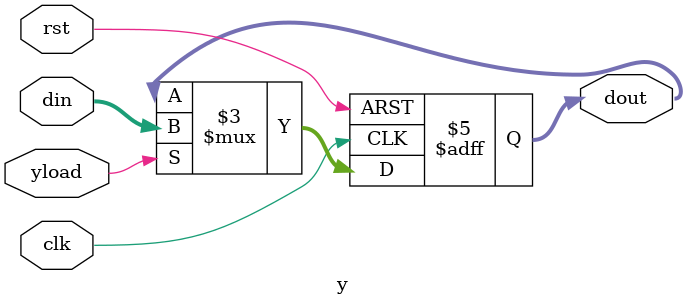
<source format=v>
/*暂存器Y，存放ALU的运算结果*/
module y(din, clk, rst,yload, dout);
input [7:0] din;
output [7:0]dout;
reg [7:0]dout;
input clk,rst,yload;
always@(posedge clk or negedge rst)
begin
	if(rst==0)
		dout<=0;
	else if(yload)
		dout<=din;
end
endmodule
</source>
